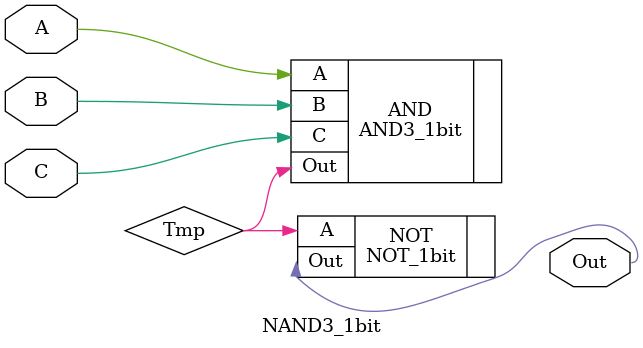
<source format=v>
module NAND3_1bit(A, B, C, Out);

input A, B, C;
output Out;

wire Tmp;

AND3_1bit AND(.A(A), .B(B), .C(C), .Out(Tmp));
NOT_1bit NOT(.A(Tmp), .Out(Out));

endmodule

</source>
